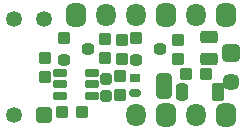
<source format=gts>
G04*
G04 #@! TF.GenerationSoftware,Altium Limited,Altium Designer,21.1.1 (26)*
G04*
G04 Layer_Color=8388736*
%FSLAX25Y25*%
%MOIN*%
G70*
G04*
G04 #@! TF.SameCoordinates,796318E6-0720-4558-8E08-BFF37AF7A405*
G04*
G04*
G04 #@! TF.FilePolarity,Negative*
G04*
G01*
G75*
G04:AMPARAMS|DCode=28|XSize=51.18mil|YSize=84.65mil|CornerRadius=9.74mil|HoleSize=0mil|Usage=FLASHONLY|Rotation=0.000|XOffset=0mil|YOffset=0mil|HoleType=Round|Shape=RoundedRectangle|*
%AMROUNDEDRECTD28*
21,1,0.05118,0.06516,0,0,0.0*
21,1,0.03169,0.08465,0,0,0.0*
1,1,0.01949,0.01585,-0.03258*
1,1,0.01949,-0.01585,-0.03258*
1,1,0.01949,-0.01585,0.03258*
1,1,0.01949,0.01585,0.03258*
%
%ADD28ROUNDEDRECTD28*%
G04:AMPARAMS|DCode=29|XSize=37.4mil|YSize=28.54mil|CornerRadius=6.35mil|HoleSize=0mil|Usage=FLASHONLY|Rotation=0.000|XOffset=0mil|YOffset=0mil|HoleType=Round|Shape=RoundedRectangle|*
%AMROUNDEDRECTD29*
21,1,0.03740,0.01585,0,0,0.0*
21,1,0.02471,0.02854,0,0,0.0*
1,1,0.01270,0.01235,-0.00792*
1,1,0.01270,-0.01235,-0.00792*
1,1,0.01270,-0.01235,0.00792*
1,1,0.01270,0.01235,0.00792*
%
%ADD29ROUNDEDRECTD29*%
%ADD30R,0.03740X0.02854*%
G04:AMPARAMS|DCode=31|XSize=37.4mil|YSize=41.34mil|CornerRadius=5.32mil|HoleSize=0mil|Usage=FLASHONLY|Rotation=270.000|XOffset=0mil|YOffset=0mil|HoleType=Round|Shape=RoundedRectangle|*
%AMROUNDEDRECTD31*
21,1,0.03740,0.03071,0,0,270.0*
21,1,0.02677,0.04134,0,0,270.0*
1,1,0.01063,-0.01535,-0.01339*
1,1,0.01063,-0.01535,0.01339*
1,1,0.01063,0.01535,0.01339*
1,1,0.01063,0.01535,-0.01339*
%
%ADD31ROUNDEDRECTD31*%
G04:AMPARAMS|DCode=32|XSize=37.4mil|YSize=41.34mil|CornerRadius=10.83mil|HoleSize=0mil|Usage=FLASHONLY|Rotation=270.000|XOffset=0mil|YOffset=0mil|HoleType=Round|Shape=RoundedRectangle|*
%AMROUNDEDRECTD32*
21,1,0.03740,0.01968,0,0,270.0*
21,1,0.01575,0.04134,0,0,270.0*
1,1,0.02165,-0.00984,-0.00787*
1,1,0.02165,-0.00984,0.00787*
1,1,0.02165,0.00984,0.00787*
1,1,0.02165,0.00984,-0.00787*
%
%ADD32ROUNDEDRECTD32*%
G04:AMPARAMS|DCode=33|XSize=43.31mil|YSize=39.37mil|CornerRadius=7.97mil|HoleSize=0mil|Usage=FLASHONLY|Rotation=0.000|XOffset=0mil|YOffset=0mil|HoleType=Round|Shape=RoundedRectangle|*
%AMROUNDEDRECTD33*
21,1,0.04331,0.02343,0,0,0.0*
21,1,0.02736,0.03937,0,0,0.0*
1,1,0.01595,0.01368,-0.01171*
1,1,0.01595,-0.01368,-0.01171*
1,1,0.01595,-0.01368,0.01171*
1,1,0.01595,0.01368,0.01171*
%
%ADD33ROUNDEDRECTD33*%
G04:AMPARAMS|DCode=34|XSize=46.85mil|YSize=29.13mil|CornerRadius=8.66mil|HoleSize=0mil|Usage=FLASHONLY|Rotation=0.000|XOffset=0mil|YOffset=0mil|HoleType=Round|Shape=RoundedRectangle|*
%AMROUNDEDRECTD34*
21,1,0.04685,0.01181,0,0,0.0*
21,1,0.02953,0.02913,0,0,0.0*
1,1,0.01732,0.01476,-0.00591*
1,1,0.01732,-0.01476,-0.00591*
1,1,0.01732,-0.01476,0.00591*
1,1,0.01732,0.01476,0.00591*
%
%ADD34ROUNDEDRECTD34*%
G04:AMPARAMS|DCode=35|XSize=46.85mil|YSize=29.13mil|CornerRadius=5.12mil|HoleSize=0mil|Usage=FLASHONLY|Rotation=180.000|XOffset=0mil|YOffset=0mil|HoleType=Round|Shape=RoundedRectangle|*
%AMROUNDEDRECTD35*
21,1,0.04685,0.01890,0,0,180.0*
21,1,0.03661,0.02913,0,0,180.0*
1,1,0.01024,-0.01831,0.00945*
1,1,0.01024,0.01831,0.00945*
1,1,0.01024,0.01831,-0.00945*
1,1,0.01024,-0.01831,-0.00945*
%
%ADD35ROUNDEDRECTD35*%
G04:AMPARAMS|DCode=36|XSize=37.4mil|YSize=37.4mil|CornerRadius=7.68mil|HoleSize=0mil|Usage=FLASHONLY|Rotation=90.000|XOffset=0mil|YOffset=0mil|HoleType=Round|Shape=RoundedRectangle|*
%AMROUNDEDRECTD36*
21,1,0.03740,0.02205,0,0,90.0*
21,1,0.02205,0.03740,0,0,90.0*
1,1,0.01535,0.01102,0.01102*
1,1,0.01535,0.01102,-0.01102*
1,1,0.01535,-0.01102,-0.01102*
1,1,0.01535,-0.01102,0.01102*
%
%ADD36ROUNDEDRECTD36*%
G04:AMPARAMS|DCode=37|XSize=41.34mil|YSize=57.09mil|CornerRadius=8.27mil|HoleSize=0mil|Usage=FLASHONLY|Rotation=270.000|XOffset=0mil|YOffset=0mil|HoleType=Round|Shape=RoundedRectangle|*
%AMROUNDEDRECTD37*
21,1,0.04134,0.04055,0,0,270.0*
21,1,0.02480,0.05709,0,0,270.0*
1,1,0.01654,-0.02028,-0.01240*
1,1,0.01654,-0.02028,0.01240*
1,1,0.01654,0.02028,0.01240*
1,1,0.01654,0.02028,-0.01240*
%
%ADD37ROUNDEDRECTD37*%
G04:AMPARAMS|DCode=38|XSize=43.31mil|YSize=39.37mil|CornerRadius=7.97mil|HoleSize=0mil|Usage=FLASHONLY|Rotation=90.000|XOffset=0mil|YOffset=0mil|HoleType=Round|Shape=RoundedRectangle|*
%AMROUNDEDRECTD38*
21,1,0.04331,0.02343,0,0,90.0*
21,1,0.02736,0.03937,0,0,90.0*
1,1,0.01595,0.01171,0.01368*
1,1,0.01595,0.01171,-0.01368*
1,1,0.01595,-0.01171,-0.01368*
1,1,0.01595,-0.01171,0.01368*
%
%ADD38ROUNDEDRECTD38*%
G04:AMPARAMS|DCode=39|XSize=41.34mil|YSize=57.09mil|CornerRadius=5.61mil|HoleSize=0mil|Usage=FLASHONLY|Rotation=180.000|XOffset=0mil|YOffset=0mil|HoleType=Round|Shape=RoundedRectangle|*
%AMROUNDEDRECTD39*
21,1,0.04134,0.04587,0,0,180.0*
21,1,0.03012,0.05709,0,0,180.0*
1,1,0.01122,-0.01506,0.02293*
1,1,0.01122,0.01506,0.02293*
1,1,0.01122,0.01506,-0.02293*
1,1,0.01122,-0.01506,-0.02293*
%
%ADD39ROUNDEDRECTD39*%
G04:AMPARAMS|DCode=40|XSize=41.34mil|YSize=57.09mil|CornerRadius=11.81mil|HoleSize=0mil|Usage=FLASHONLY|Rotation=180.000|XOffset=0mil|YOffset=0mil|HoleType=Round|Shape=RoundedRectangle|*
%AMROUNDEDRECTD40*
21,1,0.04134,0.03347,0,0,180.0*
21,1,0.01772,0.05709,0,0,180.0*
1,1,0.02362,-0.00886,0.01673*
1,1,0.02362,0.00886,0.01673*
1,1,0.02362,0.00886,-0.01673*
1,1,0.02362,-0.00886,-0.01673*
%
%ADD40ROUNDEDRECTD40*%
G04:AMPARAMS|DCode=41|XSize=64.96mil|YSize=76.77mil|CornerRadius=17.72mil|HoleSize=0mil|Usage=FLASHONLY|Rotation=0.000|XOffset=0mil|YOffset=0mil|HoleType=Round|Shape=RoundedRectangle|*
%AMROUNDEDRECTD41*
21,1,0.06496,0.04134,0,0,0.0*
21,1,0.02953,0.07677,0,0,0.0*
1,1,0.03543,0.01476,-0.02067*
1,1,0.03543,-0.01476,-0.02067*
1,1,0.03543,-0.01476,0.02067*
1,1,0.03543,0.01476,0.02067*
%
%ADD41ROUNDEDRECTD41*%
%ADD42O,0.06496X0.07677*%
%ADD43C,0.05709*%
G04:AMPARAMS|DCode=44|XSize=57.09mil|YSize=57.09mil|CornerRadius=10.63mil|HoleSize=0mil|Usage=FLASHONLY|Rotation=90.000|XOffset=0mil|YOffset=0mil|HoleType=Round|Shape=RoundedRectangle|*
%AMROUNDEDRECTD44*
21,1,0.05709,0.03583,0,0,90.0*
21,1,0.03583,0.05709,0,0,90.0*
1,1,0.02126,0.01791,0.01791*
1,1,0.02126,0.01791,-0.01791*
1,1,0.02126,-0.01791,-0.01791*
1,1,0.02126,-0.01791,0.01791*
%
%ADD44ROUNDEDRECTD44*%
%ADD45C,0.05315*%
G04:AMPARAMS|DCode=46|XSize=53.15mil|YSize=53.15mil|CornerRadius=10.04mil|HoleSize=0mil|Usage=FLASHONLY|Rotation=90.000|XOffset=0mil|YOffset=0mil|HoleType=Round|Shape=RoundedRectangle|*
%AMROUNDEDRECTD46*
21,1,0.05315,0.03307,0,0,90.0*
21,1,0.03307,0.05315,0,0,90.0*
1,1,0.02008,0.01654,0.01654*
1,1,0.02008,0.01654,-0.01654*
1,1,0.02008,-0.01654,-0.01654*
1,1,0.02008,-0.01654,0.01654*
%
%ADD46ROUNDEDRECTD46*%
D28*
X56004Y14764D02*
D03*
D29*
X46063Y12157D02*
D03*
D30*
Y17370D02*
D03*
D31*
X46394Y30669D02*
D03*
X22378Y30718D02*
D03*
D32*
X46394Y23168D02*
D03*
X54394Y26869D02*
D03*
X30378Y26919D02*
D03*
X22378Y23219D02*
D03*
D33*
X16142Y24114D02*
D03*
Y17618D02*
D03*
X36220Y23917D02*
D03*
Y30413D02*
D03*
X41339Y11516D02*
D03*
Y18012D02*
D03*
X60630Y30020D02*
D03*
Y23524D02*
D03*
X41732D02*
D03*
Y30020D02*
D03*
D34*
X21260Y15157D02*
D03*
X21260Y11418D02*
D03*
X21260Y18898D02*
D03*
X31890D02*
D03*
Y15158D02*
D03*
D35*
X31890Y11418D02*
D03*
D36*
X36614Y17126D02*
D03*
X36614Y11220D02*
D03*
D37*
X70866Y23622D02*
D03*
Y31102D02*
D03*
D38*
X63248Y18628D02*
D03*
X69744D02*
D03*
X28445Y5906D02*
D03*
X21949D02*
D03*
D39*
X73721Y12598D02*
D03*
D40*
X61713D02*
D03*
D41*
X56496Y5118D02*
D03*
X76496D02*
D03*
X56496Y38189D02*
D03*
X76496D02*
D03*
X26496D02*
D03*
D42*
X46496Y5118D02*
D03*
X66496D02*
D03*
X46496Y38189D02*
D03*
X66496D02*
D03*
X36496D02*
D03*
D43*
X78347Y15945D02*
D03*
D44*
Y25787D02*
D03*
D45*
X5827Y5063D02*
D03*
X15827Y37063D02*
D03*
X5827D02*
D03*
D46*
X15827Y5063D02*
D03*
M02*

</source>
